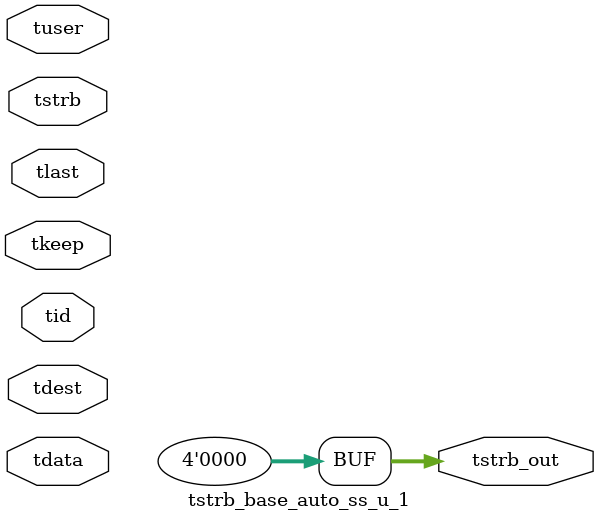
<source format=v>


`timescale 1ps/1ps

module tstrb_base_auto_ss_u_1 #
(
parameter C_S_AXIS_TDATA_WIDTH = 32,
parameter C_S_AXIS_TUSER_WIDTH = 0,
parameter C_S_AXIS_TID_WIDTH   = 0,
parameter C_S_AXIS_TDEST_WIDTH = 0,
parameter C_M_AXIS_TDATA_WIDTH = 32
)
(
input  [(C_S_AXIS_TDATA_WIDTH == 0 ? 1 : C_S_AXIS_TDATA_WIDTH)-1:0     ] tdata,
input  [(C_S_AXIS_TUSER_WIDTH == 0 ? 1 : C_S_AXIS_TUSER_WIDTH)-1:0     ] tuser,
input  [(C_S_AXIS_TID_WIDTH   == 0 ? 1 : C_S_AXIS_TID_WIDTH)-1:0       ] tid,
input  [(C_S_AXIS_TDEST_WIDTH == 0 ? 1 : C_S_AXIS_TDEST_WIDTH)-1:0     ] tdest,
input  [(C_S_AXIS_TDATA_WIDTH/8)-1:0 ] tkeep,
input  [(C_S_AXIS_TDATA_WIDTH/8)-1:0 ] tstrb,
input                                                                    tlast,
output [(C_M_AXIS_TDATA_WIDTH/8)-1:0 ] tstrb_out
);

assign tstrb_out = {1'b0};

endmodule


</source>
